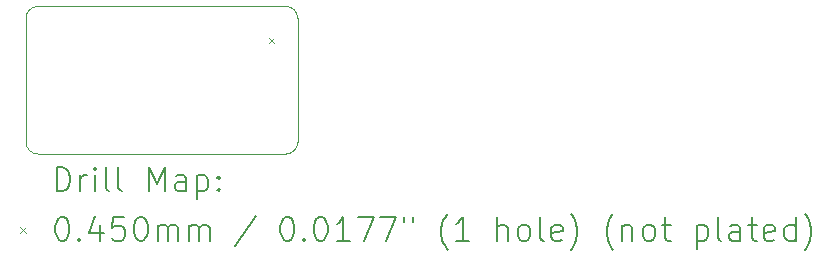
<source format=gbr>
%TF.GenerationSoftware,KiCad,Pcbnew,8.0.8-8.0.8-0~ubuntu24.04.1*%
%TF.CreationDate,2025-02-18T11:05:35+01:00*%
%TF.ProjectId,SPU0410LR5H,53505530-3431-4304-9c52-35482e6b6963,rev?*%
%TF.SameCoordinates,Original*%
%TF.FileFunction,Drillmap*%
%TF.FilePolarity,Positive*%
%FSLAX45Y45*%
G04 Gerber Fmt 4.5, Leading zero omitted, Abs format (unit mm)*
G04 Created by KiCad (PCBNEW 8.0.8-8.0.8-0~ubuntu24.04.1) date 2025-02-18 11:05:35*
%MOMM*%
%LPD*%
G01*
G04 APERTURE LIST*
%ADD10C,0.050000*%
%ADD11C,0.200000*%
%ADD12C,0.100000*%
G04 APERTURE END LIST*
D10*
X1490000Y-1390000D02*
X3590000Y-1390000D01*
X1390000Y-2540000D02*
X1390000Y-1490000D01*
X3690000Y-1490000D02*
X3690000Y-2540000D01*
X3590000Y-2640000D02*
X1490000Y-2640000D01*
X1490000Y-2640000D02*
G75*
G02*
X1390000Y-2540000I0J100000D01*
G01*
X1390000Y-1490000D02*
G75*
G02*
X1490000Y-1390000I100000J0D01*
G01*
X3590000Y-1390000D02*
G75*
G02*
X3690000Y-1490000I0J-100000D01*
G01*
X3690000Y-2540000D02*
G75*
G02*
X3590000Y-2640000I-100000J0D01*
G01*
D11*
D12*
X3447500Y-1658050D02*
X3492500Y-1703050D01*
X3492500Y-1658050D02*
X3447500Y-1703050D01*
D11*
X1648277Y-2953984D02*
X1648277Y-2753984D01*
X1648277Y-2753984D02*
X1695896Y-2753984D01*
X1695896Y-2753984D02*
X1724467Y-2763508D01*
X1724467Y-2763508D02*
X1743515Y-2782555D01*
X1743515Y-2782555D02*
X1753039Y-2801603D01*
X1753039Y-2801603D02*
X1762562Y-2839698D01*
X1762562Y-2839698D02*
X1762562Y-2868269D01*
X1762562Y-2868269D02*
X1753039Y-2906365D01*
X1753039Y-2906365D02*
X1743515Y-2925412D01*
X1743515Y-2925412D02*
X1724467Y-2944460D01*
X1724467Y-2944460D02*
X1695896Y-2953984D01*
X1695896Y-2953984D02*
X1648277Y-2953984D01*
X1848277Y-2953984D02*
X1848277Y-2820650D01*
X1848277Y-2858746D02*
X1857800Y-2839698D01*
X1857800Y-2839698D02*
X1867324Y-2830174D01*
X1867324Y-2830174D02*
X1886372Y-2820650D01*
X1886372Y-2820650D02*
X1905420Y-2820650D01*
X1972086Y-2953984D02*
X1972086Y-2820650D01*
X1972086Y-2753984D02*
X1962562Y-2763508D01*
X1962562Y-2763508D02*
X1972086Y-2773031D01*
X1972086Y-2773031D02*
X1981610Y-2763508D01*
X1981610Y-2763508D02*
X1972086Y-2753984D01*
X1972086Y-2753984D02*
X1972086Y-2773031D01*
X2095896Y-2953984D02*
X2076848Y-2944460D01*
X2076848Y-2944460D02*
X2067324Y-2925412D01*
X2067324Y-2925412D02*
X2067324Y-2753984D01*
X2200658Y-2953984D02*
X2181610Y-2944460D01*
X2181610Y-2944460D02*
X2172086Y-2925412D01*
X2172086Y-2925412D02*
X2172086Y-2753984D01*
X2429229Y-2953984D02*
X2429229Y-2753984D01*
X2429229Y-2753984D02*
X2495896Y-2896841D01*
X2495896Y-2896841D02*
X2562562Y-2753984D01*
X2562562Y-2753984D02*
X2562562Y-2953984D01*
X2743515Y-2953984D02*
X2743515Y-2849222D01*
X2743515Y-2849222D02*
X2733991Y-2830174D01*
X2733991Y-2830174D02*
X2714943Y-2820650D01*
X2714943Y-2820650D02*
X2676848Y-2820650D01*
X2676848Y-2820650D02*
X2657801Y-2830174D01*
X2743515Y-2944460D02*
X2724467Y-2953984D01*
X2724467Y-2953984D02*
X2676848Y-2953984D01*
X2676848Y-2953984D02*
X2657801Y-2944460D01*
X2657801Y-2944460D02*
X2648277Y-2925412D01*
X2648277Y-2925412D02*
X2648277Y-2906365D01*
X2648277Y-2906365D02*
X2657801Y-2887317D01*
X2657801Y-2887317D02*
X2676848Y-2877793D01*
X2676848Y-2877793D02*
X2724467Y-2877793D01*
X2724467Y-2877793D02*
X2743515Y-2868269D01*
X2838753Y-2820650D02*
X2838753Y-3020650D01*
X2838753Y-2830174D02*
X2857800Y-2820650D01*
X2857800Y-2820650D02*
X2895896Y-2820650D01*
X2895896Y-2820650D02*
X2914943Y-2830174D01*
X2914943Y-2830174D02*
X2924467Y-2839698D01*
X2924467Y-2839698D02*
X2933991Y-2858746D01*
X2933991Y-2858746D02*
X2933991Y-2915888D01*
X2933991Y-2915888D02*
X2924467Y-2934936D01*
X2924467Y-2934936D02*
X2914943Y-2944460D01*
X2914943Y-2944460D02*
X2895896Y-2953984D01*
X2895896Y-2953984D02*
X2857800Y-2953984D01*
X2857800Y-2953984D02*
X2838753Y-2944460D01*
X3019705Y-2934936D02*
X3029229Y-2944460D01*
X3029229Y-2944460D02*
X3019705Y-2953984D01*
X3019705Y-2953984D02*
X3010181Y-2944460D01*
X3010181Y-2944460D02*
X3019705Y-2934936D01*
X3019705Y-2934936D02*
X3019705Y-2953984D01*
X3019705Y-2830174D02*
X3029229Y-2839698D01*
X3029229Y-2839698D02*
X3019705Y-2849222D01*
X3019705Y-2849222D02*
X3010181Y-2839698D01*
X3010181Y-2839698D02*
X3019705Y-2830174D01*
X3019705Y-2830174D02*
X3019705Y-2849222D01*
D12*
X1342500Y-3260000D02*
X1387500Y-3305000D01*
X1387500Y-3260000D02*
X1342500Y-3305000D01*
D11*
X1686372Y-3173984D02*
X1705420Y-3173984D01*
X1705420Y-3173984D02*
X1724467Y-3183507D01*
X1724467Y-3183507D02*
X1733991Y-3193031D01*
X1733991Y-3193031D02*
X1743515Y-3212079D01*
X1743515Y-3212079D02*
X1753039Y-3250174D01*
X1753039Y-3250174D02*
X1753039Y-3297793D01*
X1753039Y-3297793D02*
X1743515Y-3335888D01*
X1743515Y-3335888D02*
X1733991Y-3354936D01*
X1733991Y-3354936D02*
X1724467Y-3364460D01*
X1724467Y-3364460D02*
X1705420Y-3373984D01*
X1705420Y-3373984D02*
X1686372Y-3373984D01*
X1686372Y-3373984D02*
X1667324Y-3364460D01*
X1667324Y-3364460D02*
X1657800Y-3354936D01*
X1657800Y-3354936D02*
X1648277Y-3335888D01*
X1648277Y-3335888D02*
X1638753Y-3297793D01*
X1638753Y-3297793D02*
X1638753Y-3250174D01*
X1638753Y-3250174D02*
X1648277Y-3212079D01*
X1648277Y-3212079D02*
X1657800Y-3193031D01*
X1657800Y-3193031D02*
X1667324Y-3183507D01*
X1667324Y-3183507D02*
X1686372Y-3173984D01*
X1838753Y-3354936D02*
X1848277Y-3364460D01*
X1848277Y-3364460D02*
X1838753Y-3373984D01*
X1838753Y-3373984D02*
X1829229Y-3364460D01*
X1829229Y-3364460D02*
X1838753Y-3354936D01*
X1838753Y-3354936D02*
X1838753Y-3373984D01*
X2019705Y-3240650D02*
X2019705Y-3373984D01*
X1972086Y-3164460D02*
X1924467Y-3307317D01*
X1924467Y-3307317D02*
X2048277Y-3307317D01*
X2219705Y-3173984D02*
X2124467Y-3173984D01*
X2124467Y-3173984D02*
X2114943Y-3269222D01*
X2114943Y-3269222D02*
X2124467Y-3259698D01*
X2124467Y-3259698D02*
X2143515Y-3250174D01*
X2143515Y-3250174D02*
X2191134Y-3250174D01*
X2191134Y-3250174D02*
X2210182Y-3259698D01*
X2210182Y-3259698D02*
X2219705Y-3269222D01*
X2219705Y-3269222D02*
X2229229Y-3288269D01*
X2229229Y-3288269D02*
X2229229Y-3335888D01*
X2229229Y-3335888D02*
X2219705Y-3354936D01*
X2219705Y-3354936D02*
X2210182Y-3364460D01*
X2210182Y-3364460D02*
X2191134Y-3373984D01*
X2191134Y-3373984D02*
X2143515Y-3373984D01*
X2143515Y-3373984D02*
X2124467Y-3364460D01*
X2124467Y-3364460D02*
X2114943Y-3354936D01*
X2353039Y-3173984D02*
X2372086Y-3173984D01*
X2372086Y-3173984D02*
X2391134Y-3183507D01*
X2391134Y-3183507D02*
X2400658Y-3193031D01*
X2400658Y-3193031D02*
X2410182Y-3212079D01*
X2410182Y-3212079D02*
X2419705Y-3250174D01*
X2419705Y-3250174D02*
X2419705Y-3297793D01*
X2419705Y-3297793D02*
X2410182Y-3335888D01*
X2410182Y-3335888D02*
X2400658Y-3354936D01*
X2400658Y-3354936D02*
X2391134Y-3364460D01*
X2391134Y-3364460D02*
X2372086Y-3373984D01*
X2372086Y-3373984D02*
X2353039Y-3373984D01*
X2353039Y-3373984D02*
X2333991Y-3364460D01*
X2333991Y-3364460D02*
X2324467Y-3354936D01*
X2324467Y-3354936D02*
X2314943Y-3335888D01*
X2314943Y-3335888D02*
X2305420Y-3297793D01*
X2305420Y-3297793D02*
X2305420Y-3250174D01*
X2305420Y-3250174D02*
X2314943Y-3212079D01*
X2314943Y-3212079D02*
X2324467Y-3193031D01*
X2324467Y-3193031D02*
X2333991Y-3183507D01*
X2333991Y-3183507D02*
X2353039Y-3173984D01*
X2505420Y-3373984D02*
X2505420Y-3240650D01*
X2505420Y-3259698D02*
X2514943Y-3250174D01*
X2514943Y-3250174D02*
X2533991Y-3240650D01*
X2533991Y-3240650D02*
X2562563Y-3240650D01*
X2562563Y-3240650D02*
X2581610Y-3250174D01*
X2581610Y-3250174D02*
X2591134Y-3269222D01*
X2591134Y-3269222D02*
X2591134Y-3373984D01*
X2591134Y-3269222D02*
X2600658Y-3250174D01*
X2600658Y-3250174D02*
X2619705Y-3240650D01*
X2619705Y-3240650D02*
X2648277Y-3240650D01*
X2648277Y-3240650D02*
X2667324Y-3250174D01*
X2667324Y-3250174D02*
X2676848Y-3269222D01*
X2676848Y-3269222D02*
X2676848Y-3373984D01*
X2772086Y-3373984D02*
X2772086Y-3240650D01*
X2772086Y-3259698D02*
X2781610Y-3250174D01*
X2781610Y-3250174D02*
X2800658Y-3240650D01*
X2800658Y-3240650D02*
X2829229Y-3240650D01*
X2829229Y-3240650D02*
X2848277Y-3250174D01*
X2848277Y-3250174D02*
X2857801Y-3269222D01*
X2857801Y-3269222D02*
X2857801Y-3373984D01*
X2857801Y-3269222D02*
X2867324Y-3250174D01*
X2867324Y-3250174D02*
X2886372Y-3240650D01*
X2886372Y-3240650D02*
X2914943Y-3240650D01*
X2914943Y-3240650D02*
X2933991Y-3250174D01*
X2933991Y-3250174D02*
X2943515Y-3269222D01*
X2943515Y-3269222D02*
X2943515Y-3373984D01*
X3333991Y-3164460D02*
X3162563Y-3421603D01*
X3591134Y-3173984D02*
X3610182Y-3173984D01*
X3610182Y-3173984D02*
X3629229Y-3183507D01*
X3629229Y-3183507D02*
X3638753Y-3193031D01*
X3638753Y-3193031D02*
X3648277Y-3212079D01*
X3648277Y-3212079D02*
X3657801Y-3250174D01*
X3657801Y-3250174D02*
X3657801Y-3297793D01*
X3657801Y-3297793D02*
X3648277Y-3335888D01*
X3648277Y-3335888D02*
X3638753Y-3354936D01*
X3638753Y-3354936D02*
X3629229Y-3364460D01*
X3629229Y-3364460D02*
X3610182Y-3373984D01*
X3610182Y-3373984D02*
X3591134Y-3373984D01*
X3591134Y-3373984D02*
X3572086Y-3364460D01*
X3572086Y-3364460D02*
X3562563Y-3354936D01*
X3562563Y-3354936D02*
X3553039Y-3335888D01*
X3553039Y-3335888D02*
X3543515Y-3297793D01*
X3543515Y-3297793D02*
X3543515Y-3250174D01*
X3543515Y-3250174D02*
X3553039Y-3212079D01*
X3553039Y-3212079D02*
X3562563Y-3193031D01*
X3562563Y-3193031D02*
X3572086Y-3183507D01*
X3572086Y-3183507D02*
X3591134Y-3173984D01*
X3743515Y-3354936D02*
X3753039Y-3364460D01*
X3753039Y-3364460D02*
X3743515Y-3373984D01*
X3743515Y-3373984D02*
X3733991Y-3364460D01*
X3733991Y-3364460D02*
X3743515Y-3354936D01*
X3743515Y-3354936D02*
X3743515Y-3373984D01*
X3876848Y-3173984D02*
X3895896Y-3173984D01*
X3895896Y-3173984D02*
X3914944Y-3183507D01*
X3914944Y-3183507D02*
X3924467Y-3193031D01*
X3924467Y-3193031D02*
X3933991Y-3212079D01*
X3933991Y-3212079D02*
X3943515Y-3250174D01*
X3943515Y-3250174D02*
X3943515Y-3297793D01*
X3943515Y-3297793D02*
X3933991Y-3335888D01*
X3933991Y-3335888D02*
X3924467Y-3354936D01*
X3924467Y-3354936D02*
X3914944Y-3364460D01*
X3914944Y-3364460D02*
X3895896Y-3373984D01*
X3895896Y-3373984D02*
X3876848Y-3373984D01*
X3876848Y-3373984D02*
X3857801Y-3364460D01*
X3857801Y-3364460D02*
X3848277Y-3354936D01*
X3848277Y-3354936D02*
X3838753Y-3335888D01*
X3838753Y-3335888D02*
X3829229Y-3297793D01*
X3829229Y-3297793D02*
X3829229Y-3250174D01*
X3829229Y-3250174D02*
X3838753Y-3212079D01*
X3838753Y-3212079D02*
X3848277Y-3193031D01*
X3848277Y-3193031D02*
X3857801Y-3183507D01*
X3857801Y-3183507D02*
X3876848Y-3173984D01*
X4133991Y-3373984D02*
X4019705Y-3373984D01*
X4076848Y-3373984D02*
X4076848Y-3173984D01*
X4076848Y-3173984D02*
X4057801Y-3202555D01*
X4057801Y-3202555D02*
X4038753Y-3221603D01*
X4038753Y-3221603D02*
X4019705Y-3231126D01*
X4200658Y-3173984D02*
X4333991Y-3173984D01*
X4333991Y-3173984D02*
X4248277Y-3373984D01*
X4391134Y-3173984D02*
X4524467Y-3173984D01*
X4524467Y-3173984D02*
X4438753Y-3373984D01*
X4591134Y-3173984D02*
X4591134Y-3212079D01*
X4667325Y-3173984D02*
X4667325Y-3212079D01*
X4962563Y-3450174D02*
X4953039Y-3440650D01*
X4953039Y-3440650D02*
X4933991Y-3412079D01*
X4933991Y-3412079D02*
X4924468Y-3393031D01*
X4924468Y-3393031D02*
X4914944Y-3364460D01*
X4914944Y-3364460D02*
X4905420Y-3316841D01*
X4905420Y-3316841D02*
X4905420Y-3278746D01*
X4905420Y-3278746D02*
X4914944Y-3231126D01*
X4914944Y-3231126D02*
X4924468Y-3202555D01*
X4924468Y-3202555D02*
X4933991Y-3183507D01*
X4933991Y-3183507D02*
X4953039Y-3154936D01*
X4953039Y-3154936D02*
X4962563Y-3145412D01*
X5143515Y-3373984D02*
X5029229Y-3373984D01*
X5086372Y-3373984D02*
X5086372Y-3173984D01*
X5086372Y-3173984D02*
X5067325Y-3202555D01*
X5067325Y-3202555D02*
X5048277Y-3221603D01*
X5048277Y-3221603D02*
X5029229Y-3231126D01*
X5381610Y-3373984D02*
X5381610Y-3173984D01*
X5467325Y-3373984D02*
X5467325Y-3269222D01*
X5467325Y-3269222D02*
X5457801Y-3250174D01*
X5457801Y-3250174D02*
X5438753Y-3240650D01*
X5438753Y-3240650D02*
X5410182Y-3240650D01*
X5410182Y-3240650D02*
X5391134Y-3250174D01*
X5391134Y-3250174D02*
X5381610Y-3259698D01*
X5591134Y-3373984D02*
X5572087Y-3364460D01*
X5572087Y-3364460D02*
X5562563Y-3354936D01*
X5562563Y-3354936D02*
X5553039Y-3335888D01*
X5553039Y-3335888D02*
X5553039Y-3278746D01*
X5553039Y-3278746D02*
X5562563Y-3259698D01*
X5562563Y-3259698D02*
X5572087Y-3250174D01*
X5572087Y-3250174D02*
X5591134Y-3240650D01*
X5591134Y-3240650D02*
X5619706Y-3240650D01*
X5619706Y-3240650D02*
X5638753Y-3250174D01*
X5638753Y-3250174D02*
X5648277Y-3259698D01*
X5648277Y-3259698D02*
X5657801Y-3278746D01*
X5657801Y-3278746D02*
X5657801Y-3335888D01*
X5657801Y-3335888D02*
X5648277Y-3354936D01*
X5648277Y-3354936D02*
X5638753Y-3364460D01*
X5638753Y-3364460D02*
X5619706Y-3373984D01*
X5619706Y-3373984D02*
X5591134Y-3373984D01*
X5772087Y-3373984D02*
X5753039Y-3364460D01*
X5753039Y-3364460D02*
X5743515Y-3345412D01*
X5743515Y-3345412D02*
X5743515Y-3173984D01*
X5924468Y-3364460D02*
X5905420Y-3373984D01*
X5905420Y-3373984D02*
X5867325Y-3373984D01*
X5867325Y-3373984D02*
X5848277Y-3364460D01*
X5848277Y-3364460D02*
X5838753Y-3345412D01*
X5838753Y-3345412D02*
X5838753Y-3269222D01*
X5838753Y-3269222D02*
X5848277Y-3250174D01*
X5848277Y-3250174D02*
X5867325Y-3240650D01*
X5867325Y-3240650D02*
X5905420Y-3240650D01*
X5905420Y-3240650D02*
X5924468Y-3250174D01*
X5924468Y-3250174D02*
X5933991Y-3269222D01*
X5933991Y-3269222D02*
X5933991Y-3288269D01*
X5933991Y-3288269D02*
X5838753Y-3307317D01*
X6000658Y-3450174D02*
X6010182Y-3440650D01*
X6010182Y-3440650D02*
X6029229Y-3412079D01*
X6029229Y-3412079D02*
X6038753Y-3393031D01*
X6038753Y-3393031D02*
X6048277Y-3364460D01*
X6048277Y-3364460D02*
X6057801Y-3316841D01*
X6057801Y-3316841D02*
X6057801Y-3278746D01*
X6057801Y-3278746D02*
X6048277Y-3231126D01*
X6048277Y-3231126D02*
X6038753Y-3202555D01*
X6038753Y-3202555D02*
X6029229Y-3183507D01*
X6029229Y-3183507D02*
X6010182Y-3154936D01*
X6010182Y-3154936D02*
X6000658Y-3145412D01*
X6362563Y-3450174D02*
X6353039Y-3440650D01*
X6353039Y-3440650D02*
X6333991Y-3412079D01*
X6333991Y-3412079D02*
X6324468Y-3393031D01*
X6324468Y-3393031D02*
X6314944Y-3364460D01*
X6314944Y-3364460D02*
X6305420Y-3316841D01*
X6305420Y-3316841D02*
X6305420Y-3278746D01*
X6305420Y-3278746D02*
X6314944Y-3231126D01*
X6314944Y-3231126D02*
X6324468Y-3202555D01*
X6324468Y-3202555D02*
X6333991Y-3183507D01*
X6333991Y-3183507D02*
X6353039Y-3154936D01*
X6353039Y-3154936D02*
X6362563Y-3145412D01*
X6438753Y-3240650D02*
X6438753Y-3373984D01*
X6438753Y-3259698D02*
X6448277Y-3250174D01*
X6448277Y-3250174D02*
X6467325Y-3240650D01*
X6467325Y-3240650D02*
X6495896Y-3240650D01*
X6495896Y-3240650D02*
X6514944Y-3250174D01*
X6514944Y-3250174D02*
X6524468Y-3269222D01*
X6524468Y-3269222D02*
X6524468Y-3373984D01*
X6648277Y-3373984D02*
X6629229Y-3364460D01*
X6629229Y-3364460D02*
X6619706Y-3354936D01*
X6619706Y-3354936D02*
X6610182Y-3335888D01*
X6610182Y-3335888D02*
X6610182Y-3278746D01*
X6610182Y-3278746D02*
X6619706Y-3259698D01*
X6619706Y-3259698D02*
X6629229Y-3250174D01*
X6629229Y-3250174D02*
X6648277Y-3240650D01*
X6648277Y-3240650D02*
X6676849Y-3240650D01*
X6676849Y-3240650D02*
X6695896Y-3250174D01*
X6695896Y-3250174D02*
X6705420Y-3259698D01*
X6705420Y-3259698D02*
X6714944Y-3278746D01*
X6714944Y-3278746D02*
X6714944Y-3335888D01*
X6714944Y-3335888D02*
X6705420Y-3354936D01*
X6705420Y-3354936D02*
X6695896Y-3364460D01*
X6695896Y-3364460D02*
X6676849Y-3373984D01*
X6676849Y-3373984D02*
X6648277Y-3373984D01*
X6772087Y-3240650D02*
X6848277Y-3240650D01*
X6800658Y-3173984D02*
X6800658Y-3345412D01*
X6800658Y-3345412D02*
X6810182Y-3364460D01*
X6810182Y-3364460D02*
X6829229Y-3373984D01*
X6829229Y-3373984D02*
X6848277Y-3373984D01*
X7067325Y-3240650D02*
X7067325Y-3440650D01*
X7067325Y-3250174D02*
X7086372Y-3240650D01*
X7086372Y-3240650D02*
X7124468Y-3240650D01*
X7124468Y-3240650D02*
X7143515Y-3250174D01*
X7143515Y-3250174D02*
X7153039Y-3259698D01*
X7153039Y-3259698D02*
X7162563Y-3278746D01*
X7162563Y-3278746D02*
X7162563Y-3335888D01*
X7162563Y-3335888D02*
X7153039Y-3354936D01*
X7153039Y-3354936D02*
X7143515Y-3364460D01*
X7143515Y-3364460D02*
X7124468Y-3373984D01*
X7124468Y-3373984D02*
X7086372Y-3373984D01*
X7086372Y-3373984D02*
X7067325Y-3364460D01*
X7276849Y-3373984D02*
X7257801Y-3364460D01*
X7257801Y-3364460D02*
X7248277Y-3345412D01*
X7248277Y-3345412D02*
X7248277Y-3173984D01*
X7438753Y-3373984D02*
X7438753Y-3269222D01*
X7438753Y-3269222D02*
X7429230Y-3250174D01*
X7429230Y-3250174D02*
X7410182Y-3240650D01*
X7410182Y-3240650D02*
X7372087Y-3240650D01*
X7372087Y-3240650D02*
X7353039Y-3250174D01*
X7438753Y-3364460D02*
X7419706Y-3373984D01*
X7419706Y-3373984D02*
X7372087Y-3373984D01*
X7372087Y-3373984D02*
X7353039Y-3364460D01*
X7353039Y-3364460D02*
X7343515Y-3345412D01*
X7343515Y-3345412D02*
X7343515Y-3326365D01*
X7343515Y-3326365D02*
X7353039Y-3307317D01*
X7353039Y-3307317D02*
X7372087Y-3297793D01*
X7372087Y-3297793D02*
X7419706Y-3297793D01*
X7419706Y-3297793D02*
X7438753Y-3288269D01*
X7505420Y-3240650D02*
X7581610Y-3240650D01*
X7533991Y-3173984D02*
X7533991Y-3345412D01*
X7533991Y-3345412D02*
X7543515Y-3364460D01*
X7543515Y-3364460D02*
X7562563Y-3373984D01*
X7562563Y-3373984D02*
X7581610Y-3373984D01*
X7724468Y-3364460D02*
X7705420Y-3373984D01*
X7705420Y-3373984D02*
X7667325Y-3373984D01*
X7667325Y-3373984D02*
X7648277Y-3364460D01*
X7648277Y-3364460D02*
X7638753Y-3345412D01*
X7638753Y-3345412D02*
X7638753Y-3269222D01*
X7638753Y-3269222D02*
X7648277Y-3250174D01*
X7648277Y-3250174D02*
X7667325Y-3240650D01*
X7667325Y-3240650D02*
X7705420Y-3240650D01*
X7705420Y-3240650D02*
X7724468Y-3250174D01*
X7724468Y-3250174D02*
X7733991Y-3269222D01*
X7733991Y-3269222D02*
X7733991Y-3288269D01*
X7733991Y-3288269D02*
X7638753Y-3307317D01*
X7905420Y-3373984D02*
X7905420Y-3173984D01*
X7905420Y-3364460D02*
X7886372Y-3373984D01*
X7886372Y-3373984D02*
X7848277Y-3373984D01*
X7848277Y-3373984D02*
X7829230Y-3364460D01*
X7829230Y-3364460D02*
X7819706Y-3354936D01*
X7819706Y-3354936D02*
X7810182Y-3335888D01*
X7810182Y-3335888D02*
X7810182Y-3278746D01*
X7810182Y-3278746D02*
X7819706Y-3259698D01*
X7819706Y-3259698D02*
X7829230Y-3250174D01*
X7829230Y-3250174D02*
X7848277Y-3240650D01*
X7848277Y-3240650D02*
X7886372Y-3240650D01*
X7886372Y-3240650D02*
X7905420Y-3250174D01*
X7981611Y-3450174D02*
X7991134Y-3440650D01*
X7991134Y-3440650D02*
X8010182Y-3412079D01*
X8010182Y-3412079D02*
X8019706Y-3393031D01*
X8019706Y-3393031D02*
X8029230Y-3364460D01*
X8029230Y-3364460D02*
X8038753Y-3316841D01*
X8038753Y-3316841D02*
X8038753Y-3278746D01*
X8038753Y-3278746D02*
X8029230Y-3231126D01*
X8029230Y-3231126D02*
X8019706Y-3202555D01*
X8019706Y-3202555D02*
X8010182Y-3183507D01*
X8010182Y-3183507D02*
X7991134Y-3154936D01*
X7991134Y-3154936D02*
X7981611Y-3145412D01*
M02*

</source>
